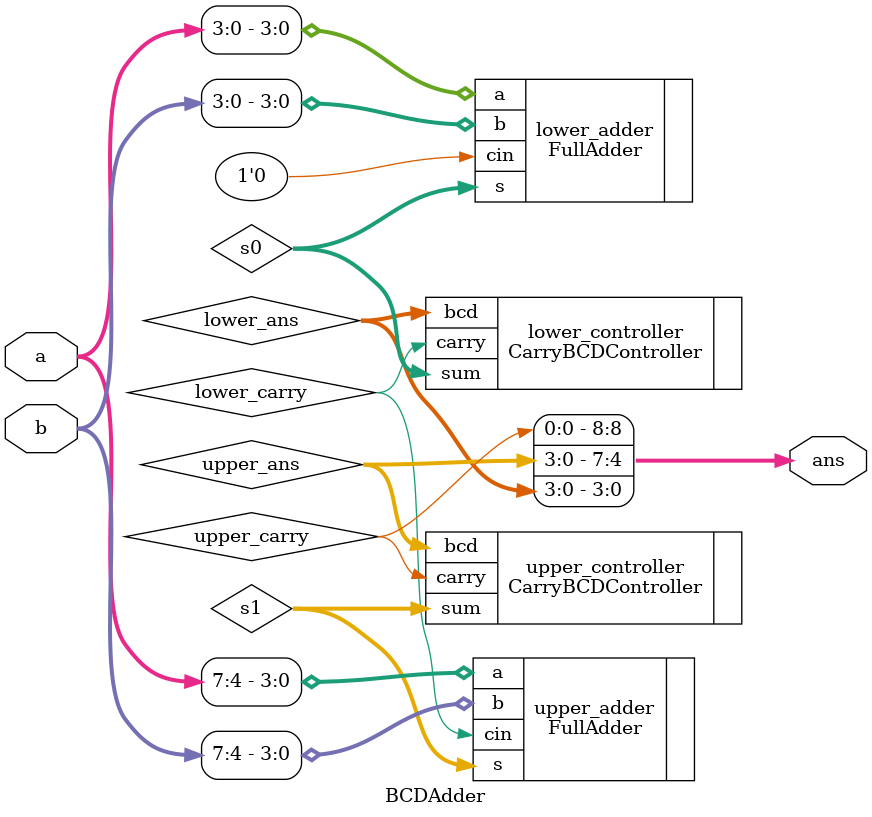
<source format=v>
module BCDAdder (
    input [8-1 : 0] a, b,
    output [9-1 : 0] ans
);

    wire lower_carry, upper_carry;

    wire [5-1 : 0] s0, s1;

    wire [4-1 : 0] lower_ans, upper_ans;
    
    FullAdder lower_adder (
        .a(a[3:0]), .b(b[3:0]),
        .cin(1'b0), .s(s0)
    );

    FullAdder upper_adder (
        .a(a[7:4]), .b(b[7:4]),
        .cin(lower_carry), .s(s1)
    );

    CarryBCDController lower_controller (
        .sum(s0),
        .bcd(lower_ans),
        .carry(lower_carry)
    );

    CarryBCDController upper_controller (
        .sum(s1),
        .bcd(upper_ans),
        .carry(upper_carry)
    );

    assign ans = {upper_carry, upper_ans, lower_ans};
endmodule

</source>
